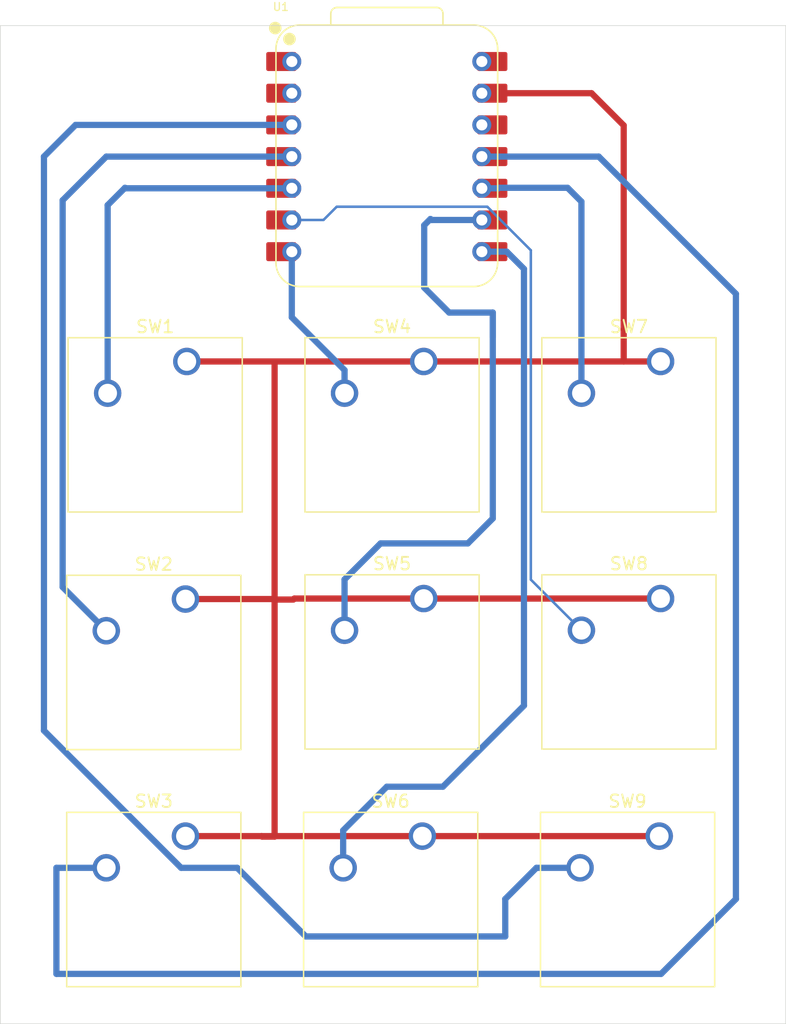
<source format=kicad_pcb>
(kicad_pcb (version 20241229) (generator "pcbnew") (generator_version "9.0")
  (layers (0 "F.Cu" signal) (2 "B.Cu" signal) (13 "F.Paste" user) (15 "B.Paste" user) (5 "F.SilkS" user "F.Silkscreen") (7 "B.SilkS" user "B.Silkscreen") (1 "F.Mask" user) (3 "B.Mask" user) (25 "Edge.Cuts" user))
  (net 0 "")
  (net 1 "Net-(U1-GPIO6{slash}SDA)")
  (net 2 "GND")
  (net 3 "Net-(U1-GPIO29{slash}ADC3{slash}A3)")
  (net 4 "Net-(U1-GPIO3{slash}MOSI)")
  (net 5 "Net-(U1-GPIO0{slash}TX)")
  (net 6 "Net-(U1-GPIO2{slash}SCK)")
  (net 7 "Net-(U1-GPIO1{slash}RX)")
  (net 8 "Net-(U1-GPIO4{slash}MISO)")
  (net 9 "Net-(U1-GPIO7{slash}SCL)")
  (net 10 "Net-(U1-GPIO28{slash}ADC2{slash}A2)")
  (net 14 "+5V")
  (footprint "Button_Switch_Keyboard:SW_Cherry_MX_1.00u_PCB" (layer "F.Cu") (at 32.35 81.96)
    (property "Reference" "SW3" (at -2.54 -2.794 0) (layer "F.SilkS"))
    (property "Value" "SW_Push")
    (fp_line (start -9.525 -1.905) (end 4.445 -1.905) (stroke (width 0.12)) (layer "F.SilkS"))
    (fp_line (start -9.525 12.065) (end -9.525 -1.905) (stroke (width 0.12)) (layer "F.SilkS"))
    (fp_line (start 4.445 -1.905) (end 4.445 12.065) (stroke (width 0.12)) (layer "F.SilkS"))
    (fp_line (start 4.445 12.065) (end -9.525 12.065) (stroke (width 0.12)) (layer "F.SilkS"))
    (pad "" np_thru_hole circle (at -7.62 5.08) (size 1.7 1.7) (drill 1.7) (layers "*.Cu" "*.Mask"))
    (pad "" np_thru_hole circle (at -2.54 5.08) (size 4 4) (drill 4) (layers "*.Cu" "*.Mask"))
    (pad "" np_thru_hole circle (at 2.54 5.08) (size 1.7 1.7) (drill 1.7) (layers "*.Cu" "*.Mask"))
    (pad "1" thru_hole circle (at 0 0) (size 2.2 2.2) (drill 1.5) (layers "*.Cu" "*.Mask") (net 2 "GND"))
    (pad "2" thru_hole circle (at -6.35 2.54) (size 2.2 2.2) (drill 1.5) (layers "*.Cu" "*.Mask") (net 4 "Net-(U1-GPIO3{slash}MOSI)"))
  )
  (footprint "Button_Switch_Keyboard:SW_Cherry_MX_1.00u_PCB" (layer "F.Cu") (at 70.46 62.92)
    (property "Reference" "SW8" (at -2.54 -2.794 0) (layer "F.SilkS"))
    (property "Value" "SW_Push")
    (fp_line (start -9.525 -1.905) (end 4.445 -1.905) (stroke (width 0.12)) (layer "F.SilkS"))
    (fp_line (start -9.525 12.065) (end -9.525 -1.905) (stroke (width 0.12)) (layer "F.SilkS"))
    (fp_line (start 4.445 -1.905) (end 4.445 12.065) (stroke (width 0.12)) (layer "F.SilkS"))
    (fp_line (start 4.445 12.065) (end -9.525 12.065) (stroke (width 0.12)) (layer "F.SilkS"))
    (pad "" np_thru_hole circle (at -7.62 5.08) (size 1.7 1.7) (drill 1.7) (layers "*.Cu" "*.Mask"))
    (pad "" np_thru_hole circle (at -2.54 5.08) (size 4 4) (drill 4) (layers "*.Cu" "*.Mask"))
    (pad "" np_thru_hole circle (at 2.54 5.08) (size 1.7 1.7) (drill 1.7) (layers "*.Cu" "*.Mask"))
    (pad "1" thru_hole circle (at 0 0) (size 2.2 2.2) (drill 1.5) (layers "*.Cu" "*.Mask") (net 2 "GND"))
    (pad "2" thru_hole circle (at -6.35 2.54) (size 2.2 2.2) (drill 1.5) (layers "*.Cu" "*.Mask") (net 9 "Net-(U1-GPIO7{slash}SCL)"))
  )
  (footprint "custom footprints:XIAO-RP2040-DIP" (layer "F.Cu") (at 48.5 27.5)
    (property "Reference" "U1" (at -8.5 -12 0) (layer "F.SilkS") (effects (font (size 0.635 0.635) (thickness 0.1016))))
    (property "Value" "XIAO-RP2040-DIP")
    (fp_line (start -8.89 8.509) (end -8.89 -8.636) (stroke (width 0.127)) (layer "F.SilkS"))
    (fp_line (start -6.985 10.414) (end 6.985 10.414) (stroke (width 0.127)) (layer "F.SilkS"))
    (fp_line (start -4.495 -10.541) (end -4.491272 -11.451272) (stroke (width 0.127)) (layer "F.SilkS"))
    (fp_line (start -3.991272 -11.951) (end 4.004 -11.951) (stroke (width 0.127)) (layer "F.SilkS"))
    (fp_line (start 4.504 -11.451) (end 4.504 -10.541) (stroke (width 0.127)) (layer "F.SilkS"))
    (fp_line (start 6.985 -10.541) (end -6.985 -10.541) (stroke (width 0.1)) (layer "F.SilkS"))
    (fp_line (start 6.985 -10.541) (end -6.985 -10.541) (stroke (width 0.127)) (layer "F.SilkS"))
    (fp_line (start 8.89 8.509) (end 8.89 -8.636) (stroke (width 0.127)) (layer "F.SilkS"))
    (fp_arc (start -8.89 -8.636) (mid -8.332038 -9.983038) (end -6.985 -10.541) (stroke (width 0.127)) (layer "F.SilkS"))
    (fp_arc (start -6.985 10.414) (mid -8.332038 9.856038) (end -8.89 8.509) (stroke (width 0.127)) (layer "F.SilkS"))
    (fp_arc (start -4.491272 -11.451272) (mid -4.344728 -11.80464) (end -3.991272 -11.951) (stroke (width 0.127)) (layer "F.SilkS"))
    (fp_arc (start 4.004 -11.951) (mid 4.357553 -11.804553) (end 4.504 -11.451) (stroke (width 0.127)) (layer "F.SilkS"))
    (fp_arc (start 6.985 -10.541) (mid 8.332038 -9.983038) (end 8.89 -8.636) (stroke (width 0.127)) (layer "F.SilkS"))
    (fp_arc (start 8.89 8.509) (mid 8.332038 9.856038) (end 6.985 10.414) (stroke (width 0.127)) (layer "F.SilkS"))
    (fp_circle (center -8.95 -10.3) (end -8.95 -10.554) (stroke (width 0.5)) (fill yes) (layer "F.SilkS"))
    (fp_circle (center -7.807 -9.42) (end -7.807 -9.674) (stroke (width 0.5)) (fill yes) (layer "F.SilkS"))
    (pad "1" smd roundrect (at -8.455 -7.62 180) (size 2.432 1.524) (layers "F.Cu" "F.Mask") (roundrect_rratio 0.1))
    (pad "1" thru_hole circle (at -7.62 -7.62 180) (size 1.524 1.524) (drill 0.889) (layers "*.Cu" "*.Mask"))
    (pad "2" smd roundrect (at -8.455 -5.08 180) (size 2.432 1.524) (layers "F.Cu" "F.Mask") (roundrect_rratio 0.1))
    (pad "2" thru_hole circle (at -7.62 -5.08 180) (size 1.524 1.524) (drill 0.889) (layers "*.Cu" "*.Mask"))
    (pad "3" smd roundrect (at -8.455 -2.54 180) (size 2.432 1.524) (layers "F.Cu" "F.Mask") (roundrect_rratio 0.1) (net 10 "Net-(U1-GPIO28{slash}ADC2{slash}A2)"))
    (pad "3" thru_hole circle (at -7.62 -2.54 180) (size 1.524 1.524) (drill 0.889) (layers "*.Cu" "*.Mask") (net 10 "Net-(U1-GPIO28{slash}ADC2{slash}A2)"))
    (pad "4" smd roundrect (at -8.455 0 180) (size 2.432 1.524) (layers "F.Cu" "F.Mask") (roundrect_rratio 0.1) (net 3 "Net-(U1-GPIO29{slash}ADC3{slash}A3)"))
    (pad "4" thru_hole circle (at -7.62 0 180) (size 1.524 1.524) (drill 0.889) (layers "*.Cu" "*.Mask") (net 3 "Net-(U1-GPIO29{slash}ADC3{slash}A3)"))
    (pad "5" smd roundrect (at -8.455 2.54 180) (size 2.432 1.524) (layers "F.Cu" "F.Mask") (roundrect_rratio 0.1) (net 1 "Net-(U1-GPIO6{slash}SDA)"))
    (pad "5" thru_hole circle (at -7.62 2.54 180) (size 1.524 1.524) (drill 0.889) (layers "*.Cu" "*.Mask") (net 1 "Net-(U1-GPIO6{slash}SDA)"))
    (pad "6" smd roundrect (at -8.455 5.08 180) (size 2.432 1.524) (layers "F.Cu" "F.Mask") (roundrect_rratio 0.1) (net 9 "Net-(U1-GPIO7{slash}SCL)"))
    (pad "6" thru_hole circle (at -7.62 5.08 180) (size 1.524 1.524) (drill 0.889) (layers "*.Cu" "*.Mask") (net 9 "Net-(U1-GPIO7{slash}SCL)"))
    (pad "7" smd roundrect (at -8.455 7.62 180) (size 2.432 1.524) (layers "F.Cu" "F.Mask") (roundrect_rratio 0.1) (net 5 "Net-(U1-GPIO0{slash}TX)"))
    (pad "7" thru_hole circle (at -7.62 7.62 180) (size 1.524 1.524) (drill 0.889) (layers "*.Cu" "*.Mask") (net 5 "Net-(U1-GPIO0{slash}TX)"))
    (pad "8" thru_hole circle (at 7.62 7.62) (size 1.524 1.524) (drill 0.889) (layers "*.Cu" "*.Mask") (net 7 "Net-(U1-GPIO1{slash}RX)"))
    (pad "8" smd roundrect (at 8.455 7.62) (size 2.432 1.524) (layers "F.Cu" "F.Mask") (roundrect_rratio 0.1) (net 7 "Net-(U1-GPIO1{slash}RX)"))
    (pad "9" thru_hole circle (at 7.62 5.08) (size 1.524 1.524) (drill 0.889) (layers "*.Cu" "*.Mask") (net 6 "Net-(U1-GPIO2{slash}SCK)"))
    (pad "9" smd roundrect (at 8.455 5.08) (size 2.432 1.524) (layers "F.Cu" "F.Mask") (roundrect_rratio 0.1) (net 6 "Net-(U1-GPIO2{slash}SCK)"))
    (pad "10" thru_hole circle (at 7.62 2.54) (size 1.524 1.524) (drill 0.889) (layers "*.Cu" "*.Mask") (net 8 "Net-(U1-GPIO4{slash}MISO)"))
    (pad "10" smd roundrect (at 8.455 2.54) (size 2.432 1.524) (layers "F.Cu" "F.Mask") (roundrect_rratio 0.1) (net 8 "Net-(U1-GPIO4{slash}MISO)"))
    (pad "11" thru_hole circle (at 7.62 0) (size 1.524 1.524) (drill 0.889) (layers "*.Cu" "*.Mask") (net 4 "Net-(U1-GPIO3{slash}MOSI)"))
    (pad "11" smd roundrect (at 8.455 0) (size 2.432 1.524) (layers "F.Cu" "F.Mask") (roundrect_rratio 0.1) (net 4 "Net-(U1-GPIO3{slash}MOSI)"))
    (pad "12" thru_hole circle (at 7.62 -2.54) (size 1.524 1.524) (drill 0.889) (layers "*.Cu" "*.Mask"))
    (pad "12" smd roundrect (at 8.455 -2.54) (size 2.432 1.524) (layers "F.Cu" "F.Mask") (roundrect_rratio 0.1))
    (pad "13" thru_hole circle (at 7.62 -5.08) (size 1.524 1.524) (drill 0.889) (layers "*.Cu" "*.Mask") (net 2 "GND"))
    (pad "13" smd roundrect (at 8.455 -5.08) (size 2.432 1.524) (layers "F.Cu" "F.Mask") (roundrect_rratio 0.1) (net 2 "GND"))
    (pad "14" thru_hole circle (at 7.62 -7.62) (size 1.524 1.524) (drill 0.889) (layers "*.Cu" "*.Mask") (net 14 "+5V"))
    (pad "14" smd roundrect (at 8.455 -7.62) (size 2.432 1.524) (layers "F.Cu" "F.Mask") (roundrect_rratio 0.1) (net 14 "+5V"))
  )
  (footprint "Button_Switch_Keyboard:SW_Cherry_MX_1.00u_PCB" (layer "F.Cu") (at 32.46 43.92)
    (property "Reference" "SW1" (at -2.54 -2.794 0) (layer "F.SilkS"))
    (property "Value" "SW_Push")
    (fp_line (start -9.525 -1.905) (end 4.445 -1.905) (stroke (width 0.12)) (layer "F.SilkS"))
    (fp_line (start -9.525 12.065) (end -9.525 -1.905) (stroke (width 0.12)) (layer "F.SilkS"))
    (fp_line (start 4.445 -1.905) (end 4.445 12.065) (stroke (width 0.12)) (layer "F.SilkS"))
    (fp_line (start 4.445 12.065) (end -9.525 12.065) (stroke (width 0.12)) (layer "F.SilkS"))
    (pad "" np_thru_hole circle (at -7.62 5.08) (size 1.7 1.7) (drill 1.7) (layers "*.Cu" "*.Mask"))
    (pad "" np_thru_hole circle (at -2.54 5.08) (size 4 4) (drill 4) (layers "*.Cu" "*.Mask"))
    (pad "" np_thru_hole circle (at 2.54 5.08) (size 1.7 1.7) (drill 1.7) (layers "*.Cu" "*.Mask"))
    (pad "1" thru_hole circle (at 0 0) (size 2.2 2.2) (drill 1.5) (layers "*.Cu" "*.Mask") (net 2 "GND"))
    (pad "2" thru_hole circle (at -6.35 2.54) (size 2.2 2.2) (drill 1.5) (layers "*.Cu" "*.Mask") (net 1 "Net-(U1-GPIO6{slash}SDA)"))
  )
  (footprint "Button_Switch_Keyboard:SW_Cherry_MX_1.00u_PCB" (layer "F.Cu") (at 70.46 43.92)
    (property "Reference" "SW7" (at -2.54 -2.794 0) (layer "F.SilkS"))
    (property "Value" "SW_Push")
    (fp_line (start -9.525 -1.905) (end 4.445 -1.905) (stroke (width 0.12)) (layer "F.SilkS"))
    (fp_line (start -9.525 12.065) (end -9.525 -1.905) (stroke (width 0.12)) (layer "F.SilkS"))
    (fp_line (start 4.445 -1.905) (end 4.445 12.065) (stroke (width 0.12)) (layer "F.SilkS"))
    (fp_line (start 4.445 12.065) (end -9.525 12.065) (stroke (width 0.12)) (layer "F.SilkS"))
    (pad "" np_thru_hole circle (at -7.62 5.08) (size 1.7 1.7) (drill 1.7) (layers "*.Cu" "*.Mask"))
    (pad "" np_thru_hole circle (at -2.54 5.08) (size 4 4) (drill 4) (layers "*.Cu" "*.Mask"))
    (pad "" np_thru_hole circle (at 2.54 5.08) (size 1.7 1.7) (drill 1.7) (layers "*.Cu" "*.Mask"))
    (pad "1" thru_hole circle (at 0 0) (size 2.2 2.2) (drill 1.5) (layers "*.Cu" "*.Mask") (net 2 "GND"))
    (pad "2" thru_hole circle (at -6.35 2.54) (size 2.2 2.2) (drill 1.5) (layers "*.Cu" "*.Mask") (net 8 "Net-(U1-GPIO4{slash}MISO)"))
  )
  (footprint "Button_Switch_Keyboard:SW_Cherry_MX_1.00u_PCB" (layer "F.Cu") (at 51.35 81.96)
    (property "Reference" "SW6" (at -2.54 -2.794 0) (layer "F.SilkS"))
    (property "Value" "SW_Push")
    (fp_line (start -9.525 -1.905) (end 4.445 -1.905) (stroke (width 0.12)) (layer "F.SilkS"))
    (fp_line (start -9.525 12.065) (end -9.525 -1.905) (stroke (width 0.12)) (layer "F.SilkS"))
    (fp_line (start 4.445 -1.905) (end 4.445 12.065) (stroke (width 0.12)) (layer "F.SilkS"))
    (fp_line (start 4.445 12.065) (end -9.525 12.065) (stroke (width 0.12)) (layer "F.SilkS"))
    (pad "" np_thru_hole circle (at -7.62 5.08) (size 1.7 1.7) (drill 1.7) (layers "*.Cu" "*.Mask"))
    (pad "" np_thru_hole circle (at -2.54 5.08) (size 4 4) (drill 4) (layers "*.Cu" "*.Mask"))
    (pad "" np_thru_hole circle (at 2.54 5.08) (size 1.7 1.7) (drill 1.7) (layers "*.Cu" "*.Mask"))
    (pad "1" thru_hole circle (at 0 0) (size 2.2 2.2) (drill 1.5) (layers "*.Cu" "*.Mask") (net 2 "GND"))
    (pad "2" thru_hole circle (at -6.35 2.54) (size 2.2 2.2) (drill 1.5) (layers "*.Cu" "*.Mask") (net 7 "Net-(U1-GPIO1{slash}RX)"))
  )
  (footprint "Button_Switch_Keyboard:SW_Cherry_MX_1.00u_PCB" (layer "F.Cu") (at 70.35 81.96)
    (property "Reference" "SW9" (at -2.54 -2.794 0) (layer "F.SilkS"))
    (property "Value" "SW_Push")
    (fp_line (start -9.525 -1.905) (end 4.445 -1.905) (stroke (width 0.12)) (layer "F.SilkS"))
    (fp_line (start -9.525 12.065) (end -9.525 -1.905) (stroke (width 0.12)) (layer "F.SilkS"))
    (fp_line (start 4.445 -1.905) (end 4.445 12.065) (stroke (width 0.12)) (layer "F.SilkS"))
    (fp_line (start 4.445 12.065) (end -9.525 12.065) (stroke (width 0.12)) (layer "F.SilkS"))
    (pad "" np_thru_hole circle (at -7.62 5.08) (size 1.7 1.7) (drill 1.7) (layers "*.Cu" "*.Mask"))
    (pad "" np_thru_hole circle (at -2.54 5.08) (size 4 4) (drill 4) (layers "*.Cu" "*.Mask"))
    (pad "" np_thru_hole circle (at 2.54 5.08) (size 1.7 1.7) (drill 1.7) (layers "*.Cu" "*.Mask"))
    (pad "1" thru_hole circle (at 0 0) (size 2.2 2.2) (drill 1.5) (layers "*.Cu" "*.Mask") (net 2 "GND"))
    (pad "2" thru_hole circle (at -6.35 2.54) (size 2.2 2.2) (drill 1.5) (layers "*.Cu" "*.Mask") (net 10 "Net-(U1-GPIO28{slash}ADC2{slash}A2)"))
  )
  (footprint "Button_Switch_Keyboard:SW_Cherry_MX_1.00u_PCB" (layer "F.Cu") (at 51.46 43.92)
    (property "Reference" "SW4" (at -2.54 -2.794 0) (layer "F.SilkS"))
    (property "Value" "SW_Push")
    (fp_line (start -9.525 -1.905) (end 4.445 -1.905) (stroke (width 0.12)) (layer "F.SilkS"))
    (fp_line (start -9.525 12.065) (end -9.525 -1.905) (stroke (width 0.12)) (layer "F.SilkS"))
    (fp_line (start 4.445 -1.905) (end 4.445 12.065) (stroke (width 0.12)) (layer "F.SilkS"))
    (fp_line (start 4.445 12.065) (end -9.525 12.065) (stroke (width 0.12)) (layer "F.SilkS"))
    (pad "" np_thru_hole circle (at -7.62 5.08) (size 1.7 1.7) (drill 1.7) (layers "*.Cu" "*.Mask"))
    (pad "" np_thru_hole circle (at -2.54 5.08) (size 4 4) (drill 4) (layers "*.Cu" "*.Mask"))
    (pad "" np_thru_hole circle (at 2.54 5.08) (size 1.7 1.7) (drill 1.7) (layers "*.Cu" "*.Mask"))
    (pad "1" thru_hole circle (at 0 0) (size 2.2 2.2) (drill 1.5) (layers "*.Cu" "*.Mask") (net 2 "GND"))
    (pad "2" thru_hole circle (at -6.35 2.54) (size 2.2 2.2) (drill 1.5) (layers "*.Cu" "*.Mask") (net 5 "Net-(U1-GPIO0{slash}TX)"))
  )
  (footprint "Button_Switch_Keyboard:SW_Cherry_MX_1.00u_PCB" (layer "F.Cu") (at 32.35 62.96)
    (property "Reference" "SW2" (at -2.54 -2.794 0) (layer "F.SilkS"))
    (property "Value" "SW_Push")
    (fp_line (start -9.525 -1.905) (end 4.445 -1.905) (stroke (width 0.12)) (layer "F.SilkS"))
    (fp_line (start -9.525 12.065) (end -9.525 -1.905) (stroke (width 0.12)) (layer "F.SilkS"))
    (fp_line (start 4.445 -1.905) (end 4.445 12.065) (stroke (width 0.12)) (layer "F.SilkS"))
    (fp_line (start 4.445 12.065) (end -9.525 12.065) (stroke (width 0.12)) (layer "F.SilkS"))
    (pad "" np_thru_hole circle (at -7.62 5.08) (size 1.7 1.7) (drill 1.7) (layers "*.Cu" "*.Mask"))
    (pad "" np_thru_hole circle (at -2.54 5.08) (size 4 4) (drill 4) (layers "*.Cu" "*.Mask"))
    (pad "" np_thru_hole circle (at 2.54 5.08) (size 1.7 1.7) (drill 1.7) (layers "*.Cu" "*.Mask"))
    (pad "1" thru_hole circle (at 0 0) (size 2.2 2.2) (drill 1.5) (layers "*.Cu" "*.Mask") (net 2 "GND"))
    (pad "2" thru_hole circle (at -6.35 2.54) (size 2.2 2.2) (drill 1.5) (layers "*.Cu" "*.Mask") (net 3 "Net-(U1-GPIO29{slash}ADC3{slash}A3)"))
  )
  (footprint "Button_Switch_Keyboard:SW_Cherry_MX_1.00u_PCB" (layer "F.Cu") (at 51.46 62.92)
    (property "Reference" "SW5" (at -2.54 -2.794 0) (layer "F.SilkS"))
    (property "Value" "SW_Push")
    (fp_line (start -9.525 -1.905) (end 4.445 -1.905) (stroke (width 0.12)) (layer "F.SilkS"))
    (fp_line (start -9.525 12.065) (end -9.525 -1.905) (stroke (width 0.12)) (layer "F.SilkS"))
    (fp_line (start 4.445 -1.905) (end 4.445 12.065) (stroke (width 0.12)) (layer "F.SilkS"))
    (fp_line (start 4.445 12.065) (end -9.525 12.065) (stroke (width 0.12)) (layer "F.SilkS"))
    (pad "" np_thru_hole circle (at -7.62 5.08) (size 1.7 1.7) (drill 1.7) (layers "*.Cu" "*.Mask"))
    (pad "" np_thru_hole circle (at -2.54 5.08) (size 4 4) (drill 4) (layers "*.Cu" "*.Mask"))
    (pad "" np_thru_hole circle (at 2.54 5.08) (size 1.7 1.7) (drill 1.7) (layers "*.Cu" "*.Mask"))
    (pad "1" thru_hole circle (at 0 0) (size 2.2 2.2) (drill 1.5) (layers "*.Cu" "*.Mask") (net 2 "GND"))
    (pad "2" thru_hole circle (at -6.35 2.54) (size 2.2 2.2) (drill 1.5) (layers "*.Cu" "*.Mask") (net 6 "Net-(U1-GPIO2{slash}SCK)"))
  )
  (gr_rect (start 17.5 17) (end 80.5 97) (stroke (width 0.05)) (fill no) (layer "Edge.Cuts"))
  (segment (start 27.54 30.04) (end 40.88 30.04) (width 0.5) (layer "B.Cu") (net 1))
  (segment (start 26.11 31.39) (end 27.5 30) (width 0.5) (layer "B.Cu") (net 1))
  (segment (start 26.11 46.46) (end 26.11 31.39) (width 0.5) (layer "B.Cu") (net 1))
  (segment (start 27.5 30) (end 27.54 30.04) (width 0.5) (layer "B.Cu") (net 1))
  (segment (start 41 63) (end 41.08 62.92) (width 0.5) (layer "F.Cu") (net 2))
  (segment (start 39.5 63) (end 39.46 62.96) (width 0.5) (layer "F.Cu") (net 2))
  (segment (start 41.08 62.92) (end 51.46 62.92) (width 0.5) (layer "F.Cu") (net 2))
  (segment (start 38.46 81.96) (end 51.35 81.96) (width 0.5) (layer "F.Cu") (net 2))
  (segment (start 64.92 22.42) (end 67.5 25) (width 0.5) (layer "F.Cu") (net 2))
  (segment (start 51.35 81.96) (end 70.35 81.96) (width 0.5) (layer "F.Cu") (net 2))
  (segment (start 38.5 82) (end 38.46 81.96) (width 0.5) (layer "F.Cu") (net 2))
  (segment (start 39.5 63) (end 39.5 82) (width 0.5) (layer "F.Cu") (net 2))
  (segment (start 39.5 63) (end 41 63) (width 0.5) (layer "F.Cu") (net 2))
  (segment (start 51.46 62.92) (end 70.46 62.92) (width 0.5) (layer "F.Cu") (net 2))
  (segment (start 67.5 43.92) (end 70.46 43.92) (width 0.5) (layer "F.Cu") (net 2))
  (segment (start 39.46 62.96) (end 32.35 62.96) (width 0.5) (layer "F.Cu") (net 2))
  (segment (start 38.46 81.96) (end 32.35 81.96) (width 0.5) (layer "F.Cu") (net 2))
  (segment (start 51.46 43.92) (end 39.5 43.92) (width 0.5) (layer "F.Cu") (net 2))
  (segment (start 51.46 43.92) (end 67.5 43.92) (width 0.5) (layer "F.Cu") (net 2))
  (segment (start 39.5 43.92) (end 39.5 63) (width 0.5) (layer "F.Cu") (net 2))
  (segment (start 39.5 43.92) (end 32.46 43.92) (width 0.5) (layer "F.Cu") (net 2))
  (segment (start 39.5 82) (end 38.5 82) (width 0.5) (layer "F.Cu") (net 2))
  (segment (start 67.5 25) (end 67.5 43.92) (width 0.5) (layer "F.Cu") (net 2))
  (segment (start 56.955 22.42) (end 64.92 22.42) (width 0.5) (layer "F.Cu") (net 2))
  (segment (start 22.5 62) (end 22.5 31) (width 0.5) (layer "B.Cu") (net 3))
  (segment (start 22.5 31) (end 26 27.5) (width 0.5) (layer "B.Cu") (net 3))
  (segment (start 26 27.5) (end 40.88 27.5) (width 0.5) (layer "B.Cu") (net 3))
  (segment (start 26 65.5) (end 22.5 62) (width 0.5) (layer "B.Cu") (net 3))
  (segment (start 76.5 38.5) (end 65.5 27.5) (width 0.5) (layer "B.Cu") (net 4))
  (segment (start 70.5 93) (end 76.5 87) (width 0.5) (layer "B.Cu") (net 4))
  (segment (start 22 84.5) (end 22 93) (width 0.5) (layer "B.Cu") (net 4))
  (segment (start 22 93) (end 70.5 93) (width 0.5) (layer "B.Cu") (net 4))
  (segment (start 76.5 87) (end 76.5 38.5) (width 0.5) (layer "B.Cu") (net 4))
  (segment (start 65.5 27.5) (end 56.12 27.5) (width 0.5) (layer "B.Cu") (net 4))
  (segment (start 26 84.5) (end 22 84.5) (width 0.5) (layer "B.Cu") (net 4))
  (segment (start 40.88 40.38) (end 40.88 35.12) (width 0.5) (layer "B.Cu") (net 5))
  (segment (start 45.11 44.61) (end 40.88 40.38) (width 0.5) (layer "B.Cu") (net 5))
  (segment (start 45.11 46.46) (end 45.11 44.61) (width 0.5) (layer "B.Cu") (net 5))
  (segment (start 52 32.5) (end 52.08 32.58) (width 0.5) (layer "B.Cu") (net 6))
  (segment (start 52.08 32.58) (end 56.12 32.58) (width 0.5) (layer "B.Cu") (net 6))
  (segment (start 45.11 65.46) (end 45.11 61.39) (width 0.5) (layer "B.Cu") (net 6))
  (segment (start 51.5 38) (end 51.5 33) (width 0.5) (layer "B.Cu") (net 6))
  (segment (start 57 40) (end 57 42) (width 0.5) (layer "B.Cu") (net 6))
  (segment (start 57 56.5) (end 57 40) (width 0.5) (layer "B.Cu") (net 6))
  (segment (start 51.5 33) (end 52 32.5) (width 0.5) (layer "B.Cu") (net 6))
  (segment (start 48 58.5) (end 55 58.5) (width 0.5) (layer "B.Cu") (net 6))
  (segment (start 45.11 61.39) (end 48 58.5) (width 0.5) (layer "B.Cu") (net 6))
  (segment (start 55 58.5) (end 57 56.5) (width 0.5) (layer "B.Cu") (net 6))
  (segment (start 53.5 40) (end 51.5 38) (width 0.5) (layer "B.Cu") (net 6))
  (segment (start 57 40) (end 53.5 40) (width 0.5) (layer "B.Cu") (net 6))
  (segment (start 59.5 36.5) (end 59.5 71.5) (width 0.5) (layer "B.Cu") (net 7))
  (segment (start 59.5 71.5) (end 53 78) (width 0.5) (layer "B.Cu") (net 7))
  (segment (start 45 81.5) (end 45 84.5) (width 0.5) (layer "B.Cu") (net 7))
  (segment (start 53 78) (end 48.5 78) (width 0.5) (layer "B.Cu") (net 7))
  (segment (start 56.12 35.12) (end 58.12 35.12) (width 0.5) (layer "B.Cu") (net 7))
  (segment (start 48.5 78) (end 45 81.5) (width 0.5) (layer "B.Cu") (net 7))
  (segment (start 58.12 35.12) (end 59.5 36.5) (width 0.5) (layer "B.Cu") (net 7))
  (segment (start 64.11 31.11) (end 63 30) (width 0.5) (layer "B.Cu") (net 8))
  (segment (start 57.46 30.04) (end 56.12 30.04) (width 0.5) (layer "B.Cu") (net 8))
  (segment (start 63 30) (end 57.5 30) (width 0.5) (layer "B.Cu") (net 8))
  (segment (start 57.5 30) (end 57.46 30.04) (width 0.5) (layer "B.Cu") (net 8))
  (segment (start 64.11 46.46) (end 64.11 31.11) (width 0.5) (layer "B.Cu") (net 8))
  (segment (start 44.483 31.517) (end 43.42 32.58) (width 0.2) (layer "B.Cu") (net 9))
  (segment (start 64.11 65.46) (end 60.051 61.401) (width 0.2) (layer "B.Cu") (net 9))
  (segment (start 56.56031 31.517) (end 44.483 31.517) (width 0.2) (layer "B.Cu") (net 9))
  (segment (start 43.42 32.58) (end 40.88 32.58) (width 0.2) (layer "B.Cu") (net 9))
  (segment (start 60.051 35.00769) (end 56.56031 31.517) (width 0.2) (layer "B.Cu") (net 9))
  (segment (start 60.051 61.401) (end 60.051 35.00769) (width 0.2) (layer "B.Cu") (net 9))
  (segment (start 36.5 84.5) (end 32 84.5) (width 0.5) (layer "B.Cu") (net 10))
  (segment (start 21 27.5) (end 23.54 24.96) (width 0.5) (layer "B.Cu") (net 10))
  (segment (start 21 73.5) (end 21 27.5) (width 0.5) (layer "B.Cu") (net 10))
  (segment (start 58 87) (end 58 90) (width 0.5) (layer "B.Cu") (net 10))
  (segment (start 64 84.5) (end 60.5 84.5) (width 0.5) (layer "B.Cu") (net 10))
  (segment (start 58 90) (end 42 90) (width 0.5) (layer "B.Cu") (net 10))
  (segment (start 23.54 24.96) (end 40.88 24.96) (width 0.5) (layer "B.Cu") (net 10))
  (segment (start 32 84.5) (end 21 73.5) (width 0.5) (layer "B.Cu") (net 10))
  (segment (start 60.5 84.5) (end 58 87) (width 0.5) (layer "B.Cu") (net 10))
  (segment (start 42 90) (end 36.5 84.5) (width 0.5) (layer "B.Cu") (net 10))
)
</source>
